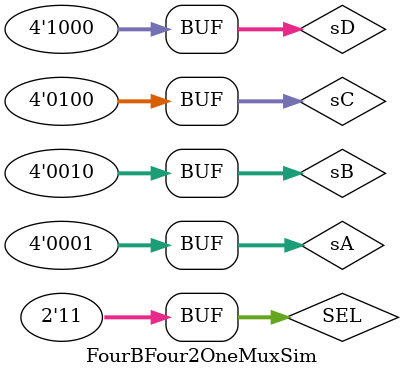
<source format=sv>
`timescale 1ns / 1ps


module FourBFour2OneMuxSim();
//Creation of signals
 logic [3:0] sA, sB, sC, sD, sO;
 logic [1:0] SEL;

 FourBitFourToOneMux UUT ( .A(sA), .B(sB), .C(sC), .D(sD), .SEL(SEL), .O(sO));

 initial begin
    
   sA = 4'b0001; sB = 4'b0010; sC = 4'b0100; sD = 4'b1000; SEL = 2'b00; #10;
   sA = 4'b0001; sB = 4'b0010; sC = 4'b0100; sD = 4'b1000; SEL = 2'b01; #10;
   sA = 4'b0001; sB = 4'b0010; sC = 4'b0100; sD = 4'b1000; SEL = 2'b10; #10;
   sA = 4'b0001; sB = 4'b0010; sC = 4'b0100; sD = 4'b1000; SEL = 2'b11;
   
 end
endmodule

</source>
